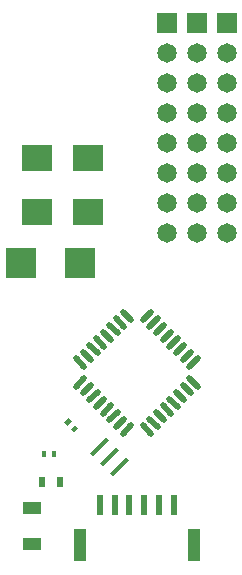
<source format=gtp>
G04 #@! TF.FileFunction,Paste,Top*
%FSLAX46Y46*%
G04 Gerber Fmt 4.6, Leading zero omitted, Abs format (unit mm)*
G04 Created by KiCad (PCBNEW 4.0.7) date 07/31/18 09:39:55*
%MOMM*%
%LPD*%
G01*
G04 APERTURE LIST*
%ADD10C,0.100000*%
%ADD11R,1.600000X1.000000*%
%ADD12R,0.600000X1.800000*%
%ADD13R,1.000000X2.800000*%
%ADD14R,0.500000X0.900000*%
%ADD15R,1.651000X1.651000*%
%ADD16C,1.651000*%
%ADD17R,2.500000X2.300000*%
%ADD18C,0.500000*%
%ADD19R,2.550000X2.500000*%
%ADD20R,0.400000X0.500000*%
G04 APERTURE END LIST*
D10*
D11*
X141100000Y-119500000D03*
X141100000Y-122500000D03*
D12*
X153125000Y-119225000D03*
X151875000Y-119225000D03*
X150625000Y-119225000D03*
X149375000Y-119225000D03*
X148125000Y-119225000D03*
X146875000Y-119225000D03*
D13*
X145150000Y-122575000D03*
X154850000Y-122575000D03*
D14*
X142000000Y-117300000D03*
X143500000Y-117300000D03*
D15*
X155080000Y-78410000D03*
D16*
X155080000Y-80950000D03*
X155080000Y-83490000D03*
X155080000Y-86030000D03*
X155080000Y-88570000D03*
X155080000Y-91110000D03*
X155080000Y-93650000D03*
X155080000Y-96190000D03*
D15*
X157620000Y-78410000D03*
D16*
X157620000Y-80950000D03*
X157620000Y-83490000D03*
X157620000Y-86030000D03*
X157620000Y-88570000D03*
X157620000Y-91110000D03*
X157620000Y-93650000D03*
X157620000Y-96190000D03*
D15*
X152540000Y-78410000D03*
D16*
X152540000Y-80950000D03*
X152540000Y-83490000D03*
X152540000Y-86030000D03*
X152540000Y-88570000D03*
X152540000Y-91110000D03*
X152540000Y-93650000D03*
X152540000Y-96190000D03*
D17*
X145850000Y-89800000D03*
X141550000Y-89800000D03*
X145850000Y-94400000D03*
X141550000Y-94400000D03*
D18*
X144838121Y-109202081D02*
X145545227Y-108494975D01*
X145403806Y-109767767D02*
X146110912Y-109060661D01*
X145969492Y-110333452D02*
X146676598Y-109626346D01*
X146535177Y-110899137D02*
X147242283Y-110192031D01*
X147100863Y-111464823D02*
X147807969Y-110757717D01*
X147666548Y-112030508D02*
X148373654Y-111323402D01*
X148232233Y-112596194D02*
X148939339Y-111889088D01*
X148797919Y-113161879D02*
X149505025Y-112454773D01*
X150494975Y-112454773D02*
X151202081Y-113161879D01*
X151060661Y-111889088D02*
X151767767Y-112596194D01*
X151626346Y-111323402D02*
X152333452Y-112030508D01*
X152192031Y-110757717D02*
X152899137Y-111464823D01*
X152757717Y-110192031D02*
X153464823Y-110899137D01*
X153323402Y-109626346D02*
X154030508Y-110333452D01*
X153889088Y-109060661D02*
X154596194Y-109767767D01*
X154454773Y-108494975D02*
X155161879Y-109202081D01*
X154454773Y-107505025D02*
X155161879Y-106797919D01*
X153889088Y-106939339D02*
X154596194Y-106232233D01*
X153323402Y-106373654D02*
X154030508Y-105666548D01*
X152757717Y-105807969D02*
X153464823Y-105100863D01*
X152192031Y-105242283D02*
X152899137Y-104535177D01*
X151626346Y-104676598D02*
X152333452Y-103969492D01*
X151060661Y-104110912D02*
X151767767Y-103403806D01*
X150494975Y-103545227D02*
X151202081Y-102838121D01*
X148797919Y-102838121D02*
X149505025Y-103545227D01*
X148232233Y-103403806D02*
X148939339Y-104110912D01*
X147666548Y-103969492D02*
X148373654Y-104676598D01*
X147100863Y-104535177D02*
X147807969Y-105242283D01*
X146535177Y-105100863D02*
X147242283Y-105807969D01*
X145969492Y-105666548D02*
X146676598Y-106373654D01*
X145403806Y-106232233D02*
X146110912Y-106939339D01*
X144838121Y-106797919D02*
X145545227Y-107505025D01*
D19*
X145225000Y-98700000D03*
X140175000Y-98700000D03*
D10*
G36*
X144768198Y-112414645D02*
X145051041Y-112697488D01*
X144697488Y-113051041D01*
X144414645Y-112768198D01*
X144768198Y-112414645D01*
X144768198Y-112414645D01*
G37*
G36*
X144202512Y-111848959D02*
X144485355Y-112131802D01*
X144131802Y-112485355D01*
X143848959Y-112202512D01*
X144202512Y-111848959D01*
X144202512Y-111848959D01*
G37*
D20*
X142150000Y-114900000D03*
X142950000Y-114900000D03*
D10*
G36*
X149361701Y-115418198D02*
X148018198Y-116761701D01*
X147735355Y-116478858D01*
X149078858Y-115135355D01*
X149361701Y-115418198D01*
X149361701Y-115418198D01*
G37*
G36*
X148513173Y-114569670D02*
X147169670Y-115913173D01*
X146886827Y-115630330D01*
X148230330Y-114286827D01*
X148513173Y-114569670D01*
X148513173Y-114569670D01*
G37*
G36*
X147664645Y-113721142D02*
X146321142Y-115064645D01*
X146038299Y-114781802D01*
X147381802Y-113438299D01*
X147664645Y-113721142D01*
X147664645Y-113721142D01*
G37*
M02*

</source>
